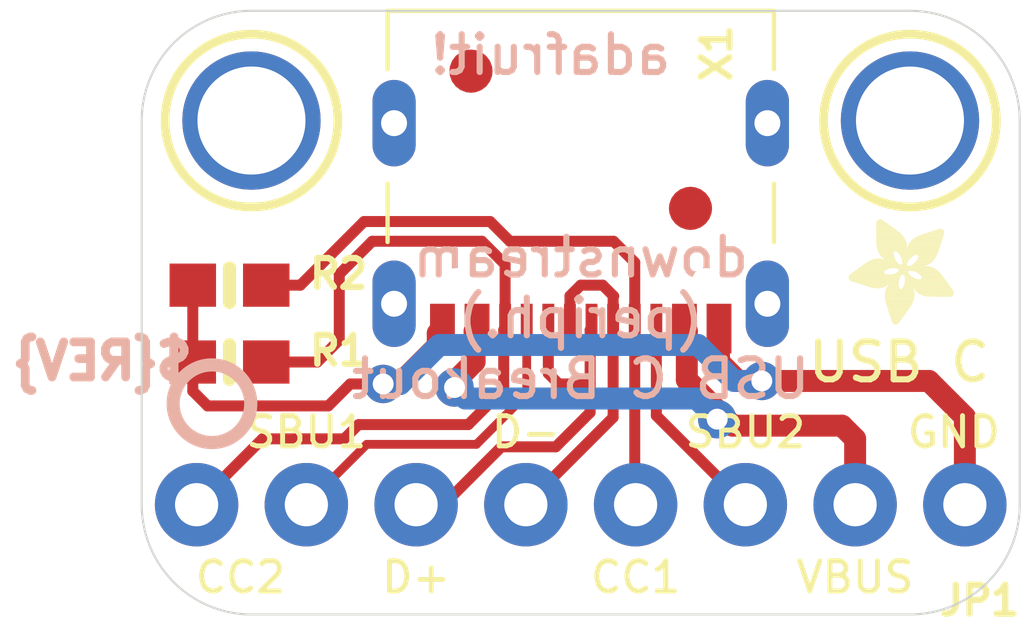
<source format=kicad_pcb>
(kicad_pcb (version 20221018) (generator pcbnew)
  (layers (0 "F.Cu" signal) (31 "B.Cu" signal) (34 "B.Paste" user) (35 "F.Paste" user) (36 "B.SilkS" user "B.Silkscreen") (37 "F.SilkS" user "F.Silkscreen") (38 "B.Mask" user) (39 "F.Mask" user) (44 "Edge.Cuts" user))
  (net 0 "")
  (net 1 "VBUS")
  (net 2 "GND")
  (net 3 "D+")
  (net 4 "D-")
  (net 5 "CC1")
  (net 6 "CC2")
  (net 7 "SBU1")
  (net 8 "SBU2")
  (footprint "working:MOUNTINGHOLE_2.5_PLATED" (layer "F.Cu") (at 156.1211 100.5586 180)
    (fp_text reference "U$1" hide)
    (fp_text value "MOUNTINGHOLE2.5" hide)
    (pad "P$1" thru_hole circle (at 0 0 180) (size 3.2 3.2) (drill 2.5) (layers "*.Cu" "*.Mask"))
  )
  (footprint "working:FIDUCIAL_1MM" (layer "F.Cu") (at 145.9611 99.4156 180)
    (fp_text reference "FID2" hide)
    (fp_text value "FIDUCIAL_1MM" hide)
    (pad "1" smd roundrect (at 0 0 180) (size 1 1) (layers "F.Cu" "F.Mask") (roundrect_rratio 0.5))
  )
  (footprint "working:0603-NO" (layer "F.Cu") (at 140.3731 106.1466)
    (fp_text reference "R1" (at 1.778 0.127) (layer "F.SilkS") (effects (font (size 0.666496 0.666496) (thickness 0.146304)) (justify left bottom)))
    (fp_text value "5.1K")
    (pad "1" smd rect (at -0.85 0) (size 1.075 1) (layers "F.Cu" "F.Paste" "F.Mask") (net 2 "GND"))
    (pad "2" smd rect (at 0.85 0) (size 1.075 1) (layers "F.Cu" "F.Paste" "F.Mask") (net 6 "CC2"))
  )
  (footprint "working:0603-NO" (layer "F.Cu") (at 140.3731 104.3686)
    (fp_text reference "R2" (at 1.778 0.127) (layer "F.SilkS") (effects (font (size 0.666496 0.666496) (thickness 0.146304)) (justify left bottom)))
    (fp_text value "5.1K")
    (pad "1" smd rect (at -0.85 0) (size 1.075 1) (layers "F.Cu" "F.Paste" "F.Mask") (net 2 "GND"))
    (pad "2" smd rect (at 0.85 0) (size 1.075 1) (layers "F.Cu" "F.Paste" "F.Mask") (net 5 "CC1"))
  )
  (footprint "working:ADAFRUIT_2.5MM" (layer "F.Cu") (at 157.1371 102.8446 180)
    (fp_text reference "U$3" hide)
    (fp_text value "" hide)
  )
  (footprint "working:FIDUCIAL_1MM" (layer "F.Cu") (at 151.0411 102.5906 180)
    (fp_text reference "FID1" hide)
    (fp_text value "FIDUCIAL_1MM" hide)
    (pad "1" smd roundrect (at 0 0 180) (size 1 1) (layers "F.Cu" "F.Mask") (roundrect_rratio 0.5))
  )
  (footprint "working:USB_C_CUSB31-CFM2AX-01-X" (layer "F.Cu") (at 148.5011 98.0186 180)
    (fp_text reference "X1" (at -2.75 -0.25 270) (layer "F.SilkS") (effects (font (size 0.666496 0.666496) (thickness 0.146304)) (justify right top)))
    (fp_text value "")
    (pad "" np_thru_hole circle (at -2.89 -6.28 180) (size 0.65 0.65) (drill 0.65) (layers "*.Cu" "*.Mask"))
    (pad "" np_thru_hole circle (at 2.89 -6.28 180) (size 0.65 0.65) (drill 0.65) (layers "*.Cu" "*.Mask"))
    (pad "A1B12" smd rect (at -3.2 -7.355 180) (size 0.575 1.15) (layers "F.Cu" "F.Paste" "F.Mask") (net 2 "GND"))
    (pad "A4B9" smd rect (at -2.4 -7.355 180) (size 0.575 1.15) (layers "F.Cu" "F.Paste" "F.Mask") (net 1 "VBUS"))
    (pad "A5" smd rect (at -1.25 -7.355 180) (size 0.275 1.15) (layers "F.Cu" "F.Paste" "F.Mask") (net 5 "CC1"))
    (pad "A6" smd rect (at -0.25 -7.355 180) (size 0.275 1.15) (layers "F.Cu" "F.Paste" "F.Mask") (net 3 "D+"))
    (pad "A7" smd rect (at 0.25 -7.355 180) (size 0.275 1.15) (layers "F.Cu" "F.Paste" "F.Mask") (net 4 "D-"))
    (pad "A8" smd rect (at 1.25 -7.355 180) (size 0.275 1.15) (layers "F.Cu" "F.Paste" "F.Mask") (net 7 "SBU1"))
    (pad "B1A12" smd rect (at 3.2 -7.355 180) (size 0.575 1.15) (layers "F.Cu" "F.Paste" "F.Mask") (net 2 "GND"))
    (pad "B4A9" smd rect (at 2.4 -7.355 180) (size 0.575 1.15) (layers "F.Cu" "F.Paste" "F.Mask") (net 1 "VBUS"))
    (pad "B5" smd rect (at 1.75 -7.355 180) (size 0.275 1.15) (layers "F.Cu" "F.Paste" "F.Mask") (net 6 "CC2"))
    (pad "B6" smd rect (at 0.75 -7.355 180) (size 0.275 1.15) (layers "F.Cu" "F.Paste" "F.Mask") (net 3 "D+"))
    (pad "B7" smd rect (at -0.75 -7.355 180) (size 0.275 1.15) (layers "F.Cu" "F.Paste" "F.Mask") (net 4 "D-"))
    (pad "B8" smd rect (at -1.75 -7.355 180) (size 0.275 1.15) (layers "F.Cu" "F.Paste" "F.Mask") (net 8 "SBU2"))
    (pad "M1" thru_hole oval (at -4.32 -6.78 270) (size 2 1) (drill 0.6) (layers "*.Cu" "*.Mask"))
    (pad "M2" thru_hole oval (at 4.32 -6.78 270) (size 2 1) (drill 0.6) (layers "*.Cu" "*.Mask"))
    (pad "M3" thru_hole oval (at -4.32 -2.6 270) (size 2 1) (drill 0.6) (layers "*.Cu" "*.Mask"))
    (pad "M4" thru_hole oval (at 4.32 -2.6 270) (size 2 1) (drill 0.6) (layers "*.Cu" "*.Mask"))
  )
  (footprint "working:MOUNTINGHOLE_2.5_PLATED" (layer "F.Cu") (at 140.8811 100.5586 180)
    (fp_text reference "U$2" hide)
    (fp_text value "MOUNTINGHOLE2.5" hide)
    (pad "P$1" thru_hole circle (at 0 0 180) (size 3.2 3.2) (drill 2.5) (layers "*.Cu" "*.Mask"))
  )
  (footprint "working:1X08_ROUND_76" (layer "F.Cu") (at 148.5011 109.4486 180)
    (fp_text reference "JP1" (at -10.2362 -1.8288 180) (layer "F.SilkS") (effects (font (size 0.666496 0.666496) (thickness 0.146304)) (justify right top)))
    (fp_text value "")
    (pad "1" thru_hole circle (at -8.89 0 270) (size 1.9304 1.9304) (drill 1) (layers "*.Cu" "*.Mask") (net 2 "GND"))
    (pad "2" thru_hole circle (at -6.35 0 270) (size 1.9304 1.9304) (drill 1) (layers "*.Cu" "*.Mask") (net 1 "VBUS"))
    (pad "3" thru_hole circle (at -3.81 0 270) (size 1.9304 1.9304) (drill 1) (layers "*.Cu" "*.Mask") (net 8 "SBU2"))
    (pad "4" thru_hole circle (at -1.27 0 270) (size 1.9304 1.9304) (drill 1) (layers "*.Cu" "*.Mask") (net 5 "CC1"))
    (pad "5" thru_hole circle (at 1.27 0 270) (size 1.9304 1.9304) (drill 1) (layers "*.Cu" "*.Mask") (net 4 "D-"))
    (pad "6" thru_hole circle (at 3.81 0 270) (size 1.9304 1.9304) (drill 1) (layers "*.Cu" "*.Mask") (net 3 "D+"))
    (pad "7" thru_hole circle (at 6.35 0 270) (size 1.9304 1.9304) (drill 1) (layers "*.Cu" "*.Mask") (net 7 "SBU1"))
    (pad "8" thru_hole circle (at 8.89 0 270) (size 1.9304 1.9304) (drill 1) (layers "*.Cu" "*.Mask") (net 6 "CC2"))
  )
  (footprint "working:PCBFEAT-REV-040" (layer "B.Cu") (at 139.9667 107.1118)
    (fp_text reference "U$8" hide)
    (fp_text value "" hide)
    (fp_text user "${REV}" (at -0.3556 -0.508 180) (layer "B.SilkS") (effects (font (size 0.8128 0.8128) (thickness 0.2032)) (justify left bottom mirror)))
  )
  (gr_line (start 140.8811 98.0186) (end 156.1211 98.0186) (stroke (width 0.05)) (layer "Edge.Cuts"))
  (gr_arc (start 158.6611 109.4486) (mid 157.917151 111.244651) (end 156.1211 111.9886) (stroke (width 0.05)) (layer "Edge.Cuts"))
  (gr_line (start 158.6611 100.5586) (end 158.6611 109.4486) (stroke (width 0.05)) (layer "Edge.Cuts"))
  (gr_line (start 138.3411 109.4486) (end 138.3411 100.5586) (stroke (width 0.05)) (layer "Edge.Cuts"))
  (gr_arc (start 156.1211 98.0186) (mid 157.917151 98.762549) (end 158.6611 100.5586) (stroke (width 0.05)) (layer "Edge.Cuts"))
  (gr_line (start 156.1211 111.9886) (end 140.8811 111.9886) (stroke (width 0.05)) (layer "Edge.Cuts"))
  (gr_arc (start 138.3411 100.5586) (mid 139.085049 98.762549) (end 140.8811 98.0186) (stroke (width 0.05)) (layer "Edge.Cuts"))
  (gr_arc (start 140.8811 111.9886) (mid 139.085049 111.244651) (end 138.3411 109.4486) (stroke (width 0.05)) (layer "Edge.Cuts"))
  (gr_text "adafruit!" (at 144.9451 98.5266) (layer "B.SilkS") (effects (font (size 0.87376 0.87376) (thickness 0.14224)) (justify right top mirror)))
  (gr_text "downstream\n(periph.)\nUSB C Breakout" (at 148.5011 105.1306) (layer "B.SilkS") (effects (font (size 0.87376 0.87376) (thickness 0.14224)) (justify mirror)))
  (gr_text "VBUS" (at 154.8511 110.7186) (layer "F.SilkS") (effects (font (size 0.699008 0.699008) (thickness 0.113792)) (justify top)))
  (gr_text "CC1" (at 149.7711 110.7186) (layer "F.SilkS") (effects (font (size 0.699008 0.699008) (thickness 0.113792)) (justify top)))
  (gr_text "CC2" (at 140.6271 110.7186) (layer "F.SilkS") (effects (font (size 0.699008 0.699008) (thickness 0.113792)) (justify top)))
  (gr_text "D+" (at 144.6911 110.7186) (layer "F.SilkS") (effects (font (size 0.699008 0.699008) (thickness 0.113792)) (justify top)))
  (gr_text "GND" (at 157.1371 108.1786) (layer "F.SilkS") (effects (font (size 0.699008 0.699008) (thickness 0.113792)) (justify bottom)))
  (gr_text "D-" (at 147.2311 108.1786) (layer "F.SilkS") (effects (font (size 0.699008 0.699008) (thickness 0.113792)) (justify bottom)))
  (gr_text "SBU2" (at 152.3111 108.1786) (layer "F.SilkS") (effects (font (size 0.699008 0.699008) (thickness 0.113792)) (justify bottom)))
  (gr_text "SBU1" (at 142.1511 108.1786) (layer "F.SilkS") (effects (font (size 0.699008 0.699008) (thickness 0.113792)) (justify bottom)))
  (gr_text "USB C" (at 155.8671 105.6386) (layer "F.SilkS") (effects (font (size 0.87376 0.87376) (thickness 0.14224)) (justify top)))
  (segment (start 150.9564 106.559694) (end 151.762506 107.3658) (width 0.508) (layer "F.Cu") (net 1))
  (segment (start 146.0458 105.4289) (end 146.0458 106.137982) (width 0.508) (layer "F.Cu") (net 1))
  (segment (start 152.016506 107.6198) (end 154.5463 107.6198) (width 0.508) (layer "F.Cu") (net 1))
  (segment (start 150.9011 105.3736) (end 150.9564 105.4289) (width 0.508) (layer "F.Cu") (net 1))
  (segment (start 150.9564 105.4289) (end 150.9564 106.559694) (width 0.508) (layer "F.Cu") (net 1))
  (segment (start 151.659234 107.469072) (end 151.762506 107.3658) (width 0.508) (layer "F.Cu") (net 1))
  (segment (start 146.0458 106.137982) (end 145.5801 106.603682) (width 0.508) (layer "F.Cu") (net 1))
  (segment (start 146.1011 105.3736) (end 146.0458 105.4289) (width 0.508) (layer "F.Cu") (net 1))
  (segment (start 151.762506 107.3658) (end 152.016506 107.6198) (width 0.508) (layer "F.Cu") (net 1))
  (segment (start 145.5801 106.603682) (end 145.5801 106.73715) (width 0.508) (layer "F.Cu") (net 1))
  (segment (start 154.5463 107.6198) (end 154.8511 107.9246) (width 0.508) (layer "F.Cu") (net 1))
  (segment (start 154.8511 107.9246) (end 154.8511 109.4486) (width 0.508) (layer "F.Cu") (net 1))
  (via (at 145.5801 106.73715) (size 0.889) (drill 0.4826) (layers "F.Cu" "B.Cu") (net 1))
  (via (at 151.659234 107.469072) (size 0.889) (drill 0.4826) (layers "F.Cu" "B.Cu") (net 1))
  (segment (start 145.8341 106.99115) (end 151.181312 106.99115) (width 0.508) (layer "B.Cu") (net 1))
  (segment (start 145.5801 106.73715) (end 145.8341 106.99115) (width 0.508) (layer "B.Cu") (net 1))
  (segment (start 151.181312 106.99115) (end 151.659234 107.469072) (width 0.508) (layer "B.Cu") (net 1))
  (segment (start 139.5231 106.8206) (end 139.8651 107.1626) (width 0.254) (layer "F.Cu") (net 2))
  (segment (start 145.3011 105.3736) (end 145.1923 105.4824) (width 0.508) (layer "F.Cu") (net 2))
  (segment (start 142.6591 107.1626) (end 143.1671 106.6546) (width 0.254) (layer "F.Cu") (net 2))
  (segment (start 139.5231 106.1466) (end 139.5231 104.3686) (width 0.254) (layer "F.Cu") (net 2))
  (segment (start 157.3911 107.4166) (end 157.3911 109.4486) (width 0.508) (layer "F.Cu") (net 2))
  (segment (start 139.8651 107.1626) (end 142.6591 107.1626) (width 0.254) (layer "F.Cu") (net 2))
  (segment (start 152.13965 106.58475) (end 151.7015 106.1466) (width 0.508) (layer "F.Cu") (net 2))
  (segment (start 139.5231 106.1466) (end 139.5231 106.8206) (width 0.254) (layer "F.Cu") (net 2))
  (segment (start 152.6921 106.58475) (end 156.55925 106.58475) (width 0.508) (layer "F.Cu") (net 2))
  (segment (start 151.7015 106.1466) (end 151.7015 105.374) (width 0.508) (layer "F.Cu") (net 2))
  (segment (start 152.6921 106.58475) (end 152.13965 106.58475) (width 0.508) (layer "F.Cu") (net 2))
  (segment (start 143.1671 106.6546) (end 143.9291 106.6546) (width 0.254) (layer "F.Cu") (net 2))
  (segment (start 144.309156 106.6546) (end 143.9291 106.6546) (width 0.508) (layer "F.Cu") (net 2))
  (segment (start 145.1923 105.4824) (end 145.1923 105.771457) (width 0.508) (layer "F.Cu") (net 2))
  (segment (start 151.7015 105.374) (end 151.7011 105.3736) (width 0.508) (layer "F.Cu") (net 2))
  (segment (start 156.55925 106.58475) (end 157.3911 107.4166) (width 0.508) (layer "F.Cu") (net 2))
  (segment (start 145.1923 105.771457) (end 144.309156 106.6546) (width 0.508) (layer "F.Cu") (net 2))
  (via (at 143.9291 106.6546) (size 0.889) (drill 0.4826) (layers "F.Cu" "B.Cu") (net 2))
  (via (at 152.6921 106.58475) (size 0.889) (drill 0.4826) (layers "F.Cu" "B.Cu") (net 2))
  (segment (start 145.225012 105.7529) (end 144.323312 106.6546) (width 0.508) (layer "B.Cu") (net 2))
  (segment (start 152.6921 106.58475) (end 152.050112 106.58475) (width 0.508) (layer "B.Cu") (net 2))
  (segment (start 151.218262 105.7529) (end 145.225012 105.7529) (width 0.508) (layer "B.Cu") (net 2))
  (segment (start 143.9291 106.6546) (end 144.323312 106.6546) (width 0.508) (layer "B.Cu") (net 2))
  (segment (start 152.050112 106.58475) (end 151.218262 105.7529) (width 0.508) (layer "B.Cu") (net 2))
  (segment (start 148.7511 105.3736) (end 148.7188 105.4059) (width 0.254) (layer "F.Cu") (net 3))
  (segment (start 147.7511 105.3736) (end 147.7511 106.4126) (width 0.254) (layer "F.Cu") (net 3))
  (segment (start 147.923809 108.10931) (end 146.66539 108.10931) (width 0.254) (layer "F.Cu") (net 3))
  (segment (start 147.7511 106.4126) (end 147.9931 106.6546) (width 0.254) (layer "F.Cu") (net 3))
  (segment (start 148.7188 107.314319) (end 147.923809 108.10931) (width 0.254) (layer "F.Cu") (net 3))
  (segment (start 148.7188 106.6546) (end 148.7188 107.314319) (width 0.254) (layer "F.Cu") (net 3))
  (segment (start 145.3261 109.4486) (end 146.66539 108.10931) (width 0.254) (layer "F.Cu") (net 3))
  (segment (start 147.9931 106.6546) (end 148.7188 106.6546) (width 0.254) (layer "F.Cu") (net 3))
  (segment (start 145.3261 109.4486) (end 144.6911 109.4486) (width 0.254) (layer "F.Cu") (net 3))
  (segment (start 148.7188 105.4059) (end 148.7188 106.6546) (width 0.254) (layer "F.Cu") (net 3))
  (segment (start 148.2511 105.3736) (end 148.2511 104.6186) (width 0.254) (layer "F.Cu") (net 4))
  (segment (start 148.5011 104.3686) (end 149.0091 104.3686) (width 0.254) (layer "F.Cu") (net 4))
  (segment (start 149.2511 107.4286) (end 147.2311 109.4486) (width 0.254) (layer "F.Cu") (net 4))
  (segment (start 149.2511 104.6346) (end 149.2511 105.3736) (width 0.254) (layer "F.Cu") (net 4))
  (segment (start 149.2511 105.3736) (end 149.2511 107.4286) (width 0.254) (layer "F.Cu") (net 4))
  (segment (start 149.2631 104.6226) (end 149.2511 104.6346) (width 0.254) (layer "F.Cu") (net 4))
  (segment (start 148.2511 104.6186) (end 148.5011 104.3686) (width 0.254) (layer "F.Cu") (net 4))
  (segment (start 149.0091 104.3686) (end 149.2631 104.6226) (width 0.254) (layer "F.Cu") (net 4))
  (segment (start 149.2631 103.3526) (end 146.861681 103.3526) (width 0.254) (layer "F.Cu") (net 5))
  (segment (start 149.7511 105.3736) (end 149.7511 109.4286) (width 0.254) (layer "F.Cu") (net 5))
  (segment (start 142.012518 104.3686) (end 143.485718 102.8954) (width 0.254) (layer "F.Cu") (net 5))
  (segment (start 149.7511 103.8406) (end 149.2631 103.3526) (width 0.254) (layer "F.Cu") (net 5))
  (segment (start 149.7511 109.4286) (end 149.7711 109.4486) (width 0.254) (layer "F.Cu") (net 5))
  (segment (start 141.2231 104.3686) (end 142.012518 104.3686) (width 0.254) (layer "F.Cu") (net 5))
  (segment (start 149.7511 105.3736) (end 149.7511 103.8406) (width 0.254) (layer "F.Cu") (net 5))
  (segment (start 146.404481 102.8954) (end 146.861681 103.3526) (width 0.254) (layer "F.Cu") (net 5))
  (segment (start 143.485718 102.8954) (end 146.404481 102.8954) (width 0.254) (layer "F.Cu") (net 5))
  (segment (start 143.028518 107.9246) (end 141.1351 107.9246) (width 0.254) (layer "F.Cu") (net 6))
  (segment (start 143.358718 107.5944) (end 143.028518 107.9246) (width 0.254) (layer "F.Cu") (net 6))
  (segment (start 146.7511 103.8886) (end 146.2151 103.3526) (width 0.254) (layer "F.Cu") (net 6))
  (segment (start 146.7188 106.774319) (end 145.898718 107.5944) (width 0.254) (layer "F.Cu") (net 6))
  (segment (start 146.7511 105.3736) (end 146.7188 105.4059) (width 0.254) (layer "F.Cu") (net 6))
  (segment (start 146.7511 105.3736) (end 146.7511 103.8886) (width 0.254) (layer "F.Cu") (net 6))
  (segment (start 145.898718 107.5944) (end 143.358718 107.5944) (width 0.254) (layer "F.Cu") (net 6))
  (segment (start 141.1351 107.9246) (end 139.6111 109.4486) (width 0.254) (layer "F.Cu") (net 6))
  (segment (start 143.6751 103.3526) (end 142.9131 104.1146) (width 0.254) (layer "F.Cu") (net 6))
  (segment (start 146.7188 105.4059) (end 146.7188 106.774319) (width 0.254) (layer "F.Cu") (net 6))
  (segment (start 142.9131 105.6386) (end 142.4051 106.1466) (width 0.254) (layer "F.Cu") (net 6))
  (segment (start 142.9131 104.1146) (end 142.9131 105.6386) (width 0.254) (layer "F.Cu") (net 6))
  (segment (start 142.4051 106.1466) (end 141.2231 106.1466) (width 0.254) (layer "F.Cu") (net 6))
  (segment (start 146.2151 103.3526) (end 143.6751 103.3526) (width 0.254) (layer "F.Cu") (net 6))
  (segment (start 146.0881 108.0516) (end 143.5481 108.0516) (width 0.2032) (layer "F.Cu") (net 7))
  (segment (start 147.2511 106.8886) (end 146.0881 108.0516) (width 0.2032) (layer "F.Cu") (net 7))
  (segment (start 143.5481 108.0516) (end 142.1511 109.4486) (width 0.2032) (layer "F.Cu") (net 7))
  (segment (start 147.2511 105.3736) (end 147.2511 106.8886) (width 0.2032) (layer "F.Cu") (net 7))
  (segment (start 150.2511 107.3886) (end 152.3111 109.4486) (width 0.254) (layer "F.Cu") (net 8))
  (segment (start 150.2511 105.3736) (end 150.2511 107.3886) (width 0.254) (layer "F.Cu") (net 8))
)
</source>
